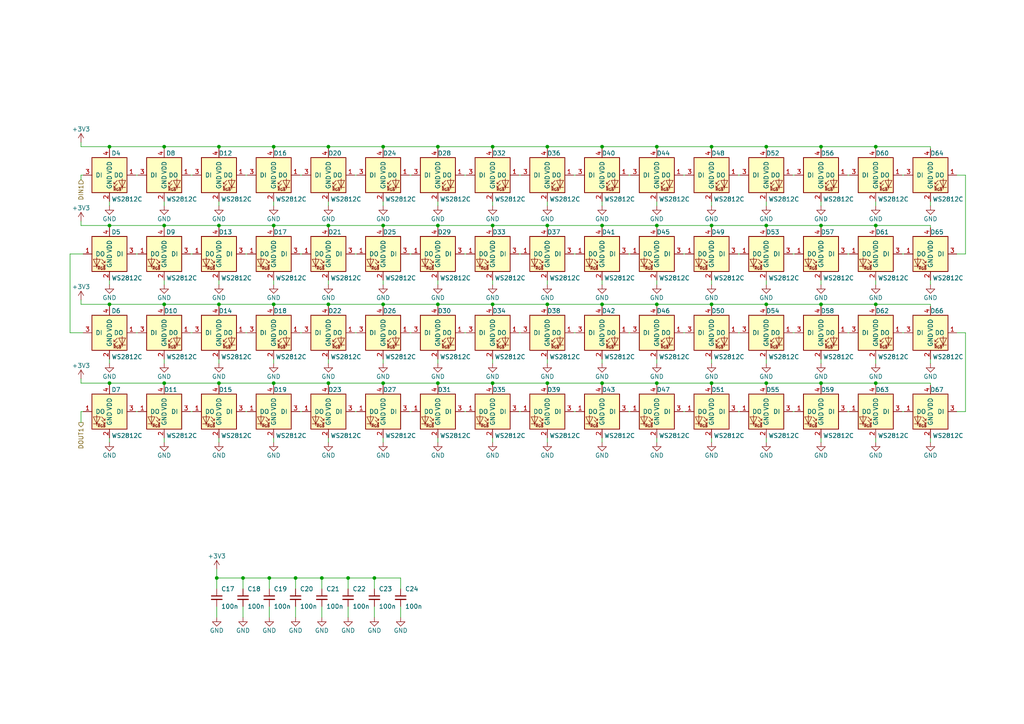
<source format=kicad_sch>
(kicad_sch (version 20211123) (generator eeschema)
  (paper "A4")
  (title_block (title "ESP8266 Tetris") (date "2022-09-15") (rev "1.0") (company "IB"))
  (lib_symbols
    (symbol "Device:C_Small" (pin_numbers hide) (pin_names (offset 0.254) hide)
      (property "Reference" "C" (at 0.254 1.778 0))
      (property "Value" "C_Small" (at 0.254 -2.032 0))
      (symbol "C_Small_1_1"
        (pin passive line (at 0 2.54 270) (length 2.032) (name "~") (number "1"))
        (pin passive line (at 0 -2.54 90) (length 2.032) (name "~") (number "2"))
      )
    )
    (symbol "KiCadCustom:WS2812C" (pin_names (offset 1.016))
      (property "Reference" "D" (at 1.27 6.35 0))
      (property "Value" "WS2812C" (at 5.08 -6.35 0))
      (symbol "WS2812C_1_1"
        (text "RGB" (at 2.286 -4.191 0) (effects (font (size 0.762 0.762))))
        (pin output line (at 7.62 0 180) (length 2.54) (name "DO") (number "1"))
        (pin power_in line (at 0 -7.62 90) (length 2.54) (name "GND") (number "2"))
        (pin input line (at -7.62 0 0) (length 2.54) (name "DI") (number "3"))
        (pin power_in line (at 0 7.62 270) (length 2.54) (name "VDD") (number "4"))
      )
    )
    (symbol "power:+3V3" (power) (pin_names (offset 0))
      (property "Value" "+3V3" (at 0 3.556 0))
      (symbol "+3V3_1_1"
        (pin power_in line (at 0 0 90) (length 0) hide (name "+3V3") (number "1"))
      )
    )
    (symbol "power:GND" (power) (pin_names (offset 0))
      (property "Value" "GND" (at 0 -3.81 0))
      (symbol "GND_1_1"
        (pin power_in line (at 0 0 270) (length 0) hide (name "GND") (number "1"))
      )
    )
  )
  (junction (at 206.375 88.265))
  (junction (at 111.125 42.545))
  (junction (at 222.25 111.125))
  (junction (at 158.75 65.405))
  (junction (at 93.345 167.64))
  (junction (at 127 88.265))
  (junction (at 158.75 111.125))
  (junction (at 79.375 88.265))
  (junction (at 63.5 65.405))
  (junction (at 206.375 65.405))
  (junction (at 47.625 111.125))
  (junction (at 95.25 42.545))
  (junction (at 79.375 111.125))
  (junction (at 95.25 111.125))
  (junction (at 174.625 42.545))
  (junction (at 238.125 111.125))
  (junction (at 190.5 111.125))
  (junction (at 158.75 42.545))
  (junction (at 238.125 42.545))
  (junction (at 222.25 42.545))
  (junction (at 127 65.405))
  (junction (at 238.125 88.265))
  (junction (at 31.75 65.405))
  (junction (at 142.875 111.125))
  (junction (at 62.865 167.64))
  (junction (at 47.625 42.545))
  (junction (at 79.375 65.405))
  (junction (at 174.625 88.265))
  (junction (at 222.25 88.265))
  (junction (at 190.5 88.265))
  (junction (at 127 42.545))
  (junction (at 100.965 167.64))
  (junction (at 70.485 167.64))
  (junction (at 127 111.125))
  (junction (at 206.375 42.545))
  (junction (at 111.125 88.265))
  (junction (at 108.585 167.64))
  (junction (at 111.125 65.405))
  (junction (at 206.375 111.125))
  (junction (at 254 65.405))
  (junction (at 63.5 111.125))
  (junction (at 222.25 65.405))
  (junction (at 142.875 42.545))
  (junction (at 79.375 42.545))
  (junction (at 142.875 65.405))
  (junction (at 47.625 65.405))
  (junction (at 31.75 88.265))
  (junction (at 85.725 167.64))
  (junction (at 254 88.265))
  (junction (at 95.25 88.265))
  (junction (at 31.75 42.545))
  (junction (at 254 111.125))
  (junction (at 47.625 88.265))
  (junction (at 174.625 111.125))
  (junction (at 63.5 88.265))
  (junction (at 254 42.545))
  (junction (at 190.5 42.545))
  (junction (at 142.875 88.265))
  (junction (at 31.75 111.125))
  (junction (at 111.125 111.125))
  (junction (at 63.5 42.545))
  (junction (at 78.105 167.64))
  (junction (at 238.125 65.405))
  (junction (at 190.5 65.405))
  (junction (at 95.25 65.405))
  (junction (at 158.75 88.265))
  (junction (at 174.625 65.405))
  (wire (pts (xy 23.495 119.38) (xy 24.13 119.38)))
  (wire (pts (xy 31.75 88.9) (xy 31.75 88.265)))
  (wire (pts (xy 63.5 66.04) (xy 63.5 65.405)))
  (wire (pts (xy 78.105 167.64) (xy 70.485 167.64)))
  (wire (pts (xy 142.875 111.125) (xy 142.875 111.76)))
  (wire (pts (xy 39.37 96.52) (xy 40.005 96.52)))
  (wire (pts (xy 254 111.125) (xy 254 111.76)))
  (wire (pts (xy 254 81.28) (xy 254 82.55)))
  (wire (pts (xy 47.625 104.14) (xy 47.625 105.41)))
  (wire (pts (xy 31.75 66.04) (xy 31.75 65.405)))
  (wire (pts (xy 174.625 42.545) (xy 174.625 43.18)))
  (wire (pts (xy 142.875 127) (xy 142.875 128.27)))
  (wire (pts (xy 174.625 58.42) (xy 174.625 59.69)))
  (wire (pts (xy 238.125 65.405) (xy 222.25 65.405)))
  (wire (pts (xy 158.75 127) (xy 158.75 128.27)))
  (wire (pts (xy 31.75 111.125) (xy 47.625 111.125)))
  (wire (pts (xy 39.37 119.38) (xy 40.005 119.38)))
  (wire (pts (xy 23.495 119.38) (xy 23.495 122.555)))
  (wire (pts (xy 206.375 42.545) (xy 190.5 42.545)))
  (wire (pts (xy 79.375 111.76) (xy 79.375 111.125)))
  (wire (pts (xy 111.125 111.125) (xy 111.125 111.76)))
  (wire (pts (xy 31.75 43.18) (xy 31.75 42.545)))
  (wire (pts (xy 198.12 50.8) (xy 198.755 50.8)))
  (wire (pts (xy 78.105 167.64) (xy 78.105 170.815)))
  (wire (pts (xy 166.37 50.8) (xy 167.005 50.8)))
  (wire (pts (xy 102.87 73.66) (xy 103.505 73.66)))
  (wire (pts (xy 95.25 58.42) (xy 95.25 59.69)))
  (wire (pts (xy 111.125 81.28) (xy 111.125 82.55)))
  (wire (pts (xy 222.25 42.545) (xy 222.25 43.18)))
  (wire (pts (xy 142.875 81.28) (xy 142.875 82.55)))
  (wire (pts (xy 127 127) (xy 127 128.27)))
  (wire (pts (xy 158.75 111.125) (xy 142.875 111.125)))
  (wire (pts (xy 261.62 119.38) (xy 262.255 119.38)))
  (wire (pts (xy 62.865 175.895) (xy 62.865 179.07)))
  (wire (pts (xy 39.37 73.66) (xy 40.005 73.66)))
  (wire (pts (xy 86.995 50.8) (xy 87.63 50.8)))
  (wire (pts (xy 127 58.42) (xy 127 59.69)))
  (wire (pts (xy 206.375 65.405) (xy 206.375 66.04)))
  (wire (pts (xy 79.375 66.04) (xy 79.375 65.405)))
  (wire (pts (xy 134.62 50.8) (xy 135.255 50.8)))
  (wire (pts (xy 174.625 88.265) (xy 158.75 88.265)))
  (wire (pts (xy 127 65.405) (xy 127 66.04)))
  (wire (pts (xy 31.75 42.545) (xy 47.625 42.545)))
  (wire (pts (xy 95.25 65.405) (xy 95.25 66.04)))
  (wire (pts (xy 23.495 64.135) (xy 23.495 65.405)))
  (wire (pts (xy 254 127) (xy 254 128.27)))
  (wire (pts (xy 245.745 73.66) (xy 246.38 73.66)))
  (wire (pts (xy 86.995 119.38) (xy 87.63 119.38)))
  (wire (pts (xy 222.25 88.265) (xy 222.25 88.9)))
  (wire (pts (xy 222.25 65.405) (xy 206.375 65.405)))
  (wire (pts (xy 31.75 127) (xy 31.75 128.27)))
  (wire (pts (xy 79.375 81.28) (xy 79.375 82.55)))
  (wire (pts (xy 127 42.545) (xy 111.125 42.545)))
  (wire (pts (xy 150.495 119.38) (xy 151.13 119.38)))
  (wire (pts (xy 269.875 58.42) (xy 269.875 59.69)))
  (wire (pts (xy 280.035 119.38) (xy 277.495 119.38)))
  (wire (pts (xy 261.62 73.66) (xy 262.255 73.66)))
  (wire (pts (xy 269.875 88.9) (xy 269.875 88.265)))
  (wire (pts (xy 261.62 50.8) (xy 262.255 50.8)))
  (wire (pts (xy 142.875 42.545) (xy 142.875 43.18)))
  (wire (pts (xy 245.745 119.38) (xy 246.38 119.38)))
  (wire (pts (xy 198.12 119.38) (xy 198.755 119.38)))
  (wire (pts (xy 229.87 50.8) (xy 230.505 50.8)))
  (wire (pts (xy 23.495 41.275) (xy 23.495 42.545)))
  (wire (pts (xy 71.12 96.52) (xy 71.755 96.52)))
  (wire (pts (xy 142.875 88.265) (xy 127 88.265)))
  (wire (pts (xy 23.495 109.855) (xy 23.495 111.125)))
  (wire (pts (xy 93.345 167.64) (xy 85.725 167.64)))
  (wire (pts (xy 158.75 88.265) (xy 142.875 88.265)))
  (wire (pts (xy 213.995 73.66) (xy 214.63 73.66)))
  (wire (pts (xy 31.75 65.405) (xy 47.625 65.405)))
  (wire (pts (xy 229.87 96.52) (xy 230.505 96.52)))
  (wire (pts (xy 280.035 50.8) (xy 280.035 73.66)))
  (wire (pts (xy 280.035 73.66) (xy 277.495 73.66)))
  (wire (pts (xy 254 42.545) (xy 254 43.18)))
  (wire (pts (xy 150.495 73.66) (xy 151.13 73.66)))
  (wire (pts (xy 127 111.125) (xy 127 111.76)))
  (wire (pts (xy 206.375 111.125) (xy 206.375 111.76)))
  (wire (pts (xy 238.125 127) (xy 238.125 128.27)))
  (wire (pts (xy 280.035 96.52) (xy 280.035 119.38)))
  (wire (pts (xy 269.875 104.14) (xy 269.875 105.41)))
  (wire (pts (xy 142.875 88.265) (xy 142.875 88.9)))
  (wire (pts (xy 166.37 96.52) (xy 167.005 96.52)))
  (wire (pts (xy 206.375 58.42) (xy 206.375 59.69)))
  (wire (pts (xy 174.625 65.405) (xy 158.75 65.405)))
  (wire (pts (xy 142.875 104.14) (xy 142.875 105.41)))
  (wire (pts (xy 229.87 119.38) (xy 230.505 119.38)))
  (wire (pts (xy 127 104.14) (xy 127 105.41)))
  (wire (pts (xy 190.5 88.265) (xy 190.5 88.9)))
  (wire (pts (xy 63.5 127) (xy 63.5 128.27)))
  (wire (pts (xy 95.25 127) (xy 95.25 128.27)))
  (wire (pts (xy 24.13 73.66) (xy 20.32 73.66)))
  (wire (pts (xy 47.625 65.405) (xy 47.625 66.04)))
  (wire (pts (xy 95.25 111.125) (xy 95.25 111.76)))
  (wire (pts (xy 245.745 96.52) (xy 246.38 96.52)))
  (wire (pts (xy 245.745 50.8) (xy 246.38 50.8)))
  (wire (pts (xy 63.5 111.76) (xy 63.5 111.125)))
  (wire (pts (xy 206.375 88.265) (xy 206.375 88.9)))
  (wire (pts (xy 222.25 42.545) (xy 206.375 42.545)))
  (wire (pts (xy 150.495 50.8) (xy 151.13 50.8)))
  (wire (pts (xy 31.75 81.28) (xy 31.75 82.55)))
  (wire (pts (xy 142.875 111.125) (xy 127 111.125)))
  (wire (pts (xy 142.875 42.545) (xy 127 42.545)))
  (wire (pts (xy 190.5 42.545) (xy 174.625 42.545)))
  (wire (pts (xy 254 88.265) (xy 238.125 88.265)))
  (wire (pts (xy 95.25 42.545) (xy 95.25 43.18)))
  (wire (pts (xy 174.625 111.125) (xy 174.625 111.76)))
  (wire (pts (xy 254 65.405) (xy 238.125 65.405)))
  (wire (pts (xy 31.75 88.265) (xy 47.625 88.265)))
  (wire (pts (xy 55.245 96.52) (xy 55.88 96.52)))
  (wire (pts (xy 269.875 111.76) (xy 269.875 111.125)))
  (wire (pts (xy 269.875 81.28) (xy 269.875 82.55)))
  (wire (pts (xy 20.32 96.52) (xy 24.13 96.52)))
  (wire (pts (xy 85.725 167.64) (xy 85.725 170.815)))
  (wire (pts (xy 254 42.545) (xy 238.125 42.545)))
  (wire (pts (xy 158.75 88.265) (xy 158.75 88.9)))
  (wire (pts (xy 111.125 42.545) (xy 95.25 42.545)))
  (wire (pts (xy 79.375 104.14) (xy 79.375 105.41)))
  (wire (pts (xy 71.12 119.38) (xy 71.755 119.38)))
  (wire (pts (xy 134.62 73.66) (xy 135.255 73.66)))
  (wire (pts (xy 238.125 104.14) (xy 238.125 105.41)))
  (wire (pts (xy 206.375 127) (xy 206.375 128.27)))
  (wire (pts (xy 111.125 111.125) (xy 95.25 111.125)))
  (wire (pts (xy 127 88.265) (xy 111.125 88.265)))
  (wire (pts (xy 95.25 42.545) (xy 79.375 42.545)))
  (wire (pts (xy 79.375 88.9) (xy 79.375 88.265)))
  (wire (pts (xy 79.375 43.18) (xy 79.375 42.545)))
  (wire (pts (xy 158.75 65.405) (xy 158.75 66.04)))
  (wire (pts (xy 63.5 88.9) (xy 63.5 88.265)))
  (wire (pts (xy 86.995 96.52) (xy 87.63 96.52)))
  (wire (pts (xy 23.495 88.265) (xy 31.75 88.265)))
  (wire (pts (xy 55.245 119.38) (xy 55.88 119.38)))
  (wire (pts (xy 238.125 88.265) (xy 238.125 88.9)))
  (wire (pts (xy 269.875 42.545) (xy 254 42.545)))
  (wire (pts (xy 222.25 104.14) (xy 222.25 105.41)))
  (wire (pts (xy 31.75 111.76) (xy 31.75 111.125)))
  (wire (pts (xy 222.25 111.125) (xy 206.375 111.125)))
  (wire (pts (xy 111.125 58.42) (xy 111.125 59.69)))
  (wire (pts (xy 166.37 119.38) (xy 167.005 119.38)))
  (wire (pts (xy 142.875 58.42) (xy 142.875 59.69)))
  (wire (pts (xy 238.125 88.265) (xy 222.25 88.265)))
  (wire (pts (xy 63.5 42.545) (xy 47.625 42.545)))
  (wire (pts (xy 254 65.405) (xy 254 66.04)))
  (wire (pts (xy 111.125 42.545) (xy 111.125 43.18)))
  (wire (pts (xy 182.245 50.8) (xy 182.88 50.8)))
  (wire (pts (xy 127 111.125) (xy 111.125 111.125)))
  (wire (pts (xy 206.375 111.125) (xy 190.5 111.125)))
  (wire (pts (xy 158.75 104.14) (xy 158.75 105.41)))
  (wire (pts (xy 102.87 50.8) (xy 103.505 50.8)))
  (wire (pts (xy 238.125 81.28) (xy 238.125 82.55)))
  (wire (pts (xy 206.375 42.545) (xy 206.375 43.18)))
  (wire (pts (xy 95.25 88.265) (xy 79.375 88.265)))
  (wire (pts (xy 222.25 127) (xy 222.25 128.27)))
  (wire (pts (xy 206.375 81.28) (xy 206.375 82.55)))
  (wire (pts (xy 182.245 96.52) (xy 182.88 96.52)))
  (wire (pts (xy 63.5 81.28) (xy 63.5 82.55)))
  (wire (pts (xy 63.5 65.405) (xy 47.625 65.405)))
  (wire (pts (xy 79.375 42.545) (xy 63.5 42.545)))
  (wire (pts (xy 269.875 111.125) (xy 254 111.125)))
  (wire (pts (xy 93.345 167.64) (xy 93.345 170.815)))
  (wire (pts (xy 95.25 88.265) (xy 95.25 88.9)))
  (wire (pts (xy 62.865 167.64) (xy 70.485 167.64)))
  (wire (pts (xy 79.375 127) (xy 79.375 128.27)))
  (wire (pts (xy 62.865 165.1) (xy 62.865 167.64)))
  (wire (pts (xy 23.495 50.8) (xy 23.495 52.07)))
  (wire (pts (xy 47.625 58.42) (xy 47.625 59.69)))
  (wire (pts (xy 206.375 88.265) (xy 190.5 88.265)))
  (wire (pts (xy 108.585 167.64) (xy 100.965 167.64)))
  (wire (pts (xy 111.125 65.405) (xy 95.25 65.405)))
  (wire (pts (xy 79.375 65.405) (xy 63.5 65.405)))
  (wire (pts (xy 182.245 119.38) (xy 182.88 119.38)))
  (wire (pts (xy 95.25 65.405) (xy 79.375 65.405)))
  (wire (pts (xy 23.495 65.405) (xy 31.75 65.405)))
  (wire (pts (xy 70.485 175.895) (xy 70.485 179.07)))
  (wire (pts (xy 23.495 86.995) (xy 23.495 88.265)))
  (wire (pts (xy 102.87 119.38) (xy 103.505 119.38)))
  (wire (pts (xy 174.625 81.28) (xy 174.625 82.55)))
  (wire (pts (xy 71.12 73.66) (xy 71.755 73.66)))
  (wire (pts (xy 102.87 96.52) (xy 103.505 96.52)))
  (wire (pts (xy 174.625 65.405) (xy 174.625 66.04)))
  (wire (pts (xy 85.725 175.895) (xy 85.725 179.07)))
  (wire (pts (xy 190.5 58.42) (xy 190.5 59.69)))
  (wire (pts (xy 190.5 65.405) (xy 190.5 66.04)))
  (wire (pts (xy 116.205 167.64) (xy 108.585 167.64)))
  (wire (pts (xy 31.75 58.42) (xy 31.75 59.69)))
  (wire (pts (xy 190.5 127) (xy 190.5 128.27)))
  (wire (pts (xy 238.125 65.405) (xy 238.125 66.04)))
  (wire (pts (xy 277.495 96.52) (xy 280.035 96.52)))
  (wire (pts (xy 63.5 58.42) (xy 63.5 59.69)))
  (wire (pts (xy 116.205 170.815) (xy 116.205 167.64)))
  (wire (pts (xy 55.245 73.66) (xy 55.88 73.66)))
  (wire (pts (xy 238.125 111.125) (xy 222.25 111.125)))
  (wire (pts (xy 158.75 81.28) (xy 158.75 82.55)))
  (wire (pts (xy 100.965 167.64) (xy 100.965 170.815)))
  (wire (pts (xy 174.625 42.545) (xy 158.75 42.545)))
  (wire (pts (xy 111.125 104.14) (xy 111.125 105.41)))
  (wire (pts (xy 85.725 167.64) (xy 78.105 167.64)))
  (wire (pts (xy 63.5 104.14) (xy 63.5 105.41)))
  (wire (pts (xy 108.585 167.64) (xy 108.585 170.815)))
  (wire (pts (xy 142.875 65.405) (xy 127 65.405)))
  (wire (pts (xy 190.5 81.28) (xy 190.5 82.55)))
  (wire (pts (xy 198.12 73.66) (xy 198.755 73.66)))
  (wire (pts (xy 116.205 175.895) (xy 116.205 179.07)))
  (wire (pts (xy 23.495 42.545) (xy 31.75 42.545)))
  (wire (pts (xy 111.125 88.265) (xy 95.25 88.265)))
  (wire (pts (xy 93.345 175.895) (xy 93.345 179.07)))
  (wire (pts (xy 95.25 81.28) (xy 95.25 82.55)))
  (wire (pts (xy 182.245 73.66) (xy 182.88 73.66)))
  (wire (pts (xy 71.12 50.8) (xy 71.755 50.8)))
  (wire (pts (xy 190.5 111.125) (xy 190.5 111.76)))
  (wire (pts (xy 62.865 167.64) (xy 62.865 170.815)))
  (wire (pts (xy 127 42.545) (xy 127 43.18)))
  (wire (pts (xy 100.965 167.64) (xy 93.345 167.64)))
  (wire (pts (xy 213.995 50.8) (xy 214.63 50.8)))
  (wire (pts (xy 63.5 88.265) (xy 47.625 88.265)))
  (wire (pts (xy 222.25 88.265) (xy 206.375 88.265)))
  (wire (pts (xy 190.5 42.545) (xy 190.5 43.18)))
  (wire (pts (xy 47.625 88.265) (xy 47.625 88.9)))
  (wire (pts (xy 174.625 88.265) (xy 174.625 88.9)))
  (wire (pts (xy 269.875 88.265) (xy 254 88.265)))
  (wire (pts (xy 158.75 42.545) (xy 158.75 43.18)))
  (wire (pts (xy 100.965 175.895) (xy 100.965 179.07)))
  (wire (pts (xy 47.625 127) (xy 47.625 128.27)))
  (wire (pts (xy 108.585 175.895) (xy 108.585 179.07)))
  (wire (pts (xy 118.745 50.8) (xy 119.38 50.8)))
  (wire (pts (xy 78.105 175.895) (xy 78.105 179.07)))
  (wire (pts (xy 238.125 58.42) (xy 238.125 59.69)))
  (wire (pts (xy 190.5 111.125) (xy 174.625 111.125)))
  (wire (pts (xy 95.25 104.14) (xy 95.25 105.41)))
  (wire (pts (xy 254 58.42) (xy 254 59.69)))
  (wire (pts (xy 261.62 96.52) (xy 262.255 96.52)))
  (wire (pts (xy 254 111.125) (xy 238.125 111.125)))
  (wire (pts (xy 111.125 127) (xy 111.125 128.27)))
  (wire (pts (xy 222.25 111.125) (xy 222.25 111.76)))
  (wire (pts (xy 23.495 50.8) (xy 24.13 50.8)))
  (wire (pts (xy 190.5 104.14) (xy 190.5 105.41)))
  (wire (pts (xy 63.5 43.18) (xy 63.5 42.545)))
  (wire (pts (xy 222.25 81.28) (xy 222.25 82.55)))
  (wire (pts (xy 206.375 65.405) (xy 190.5 65.405)))
  (wire (pts (xy 269.875 43.18) (xy 269.875 42.545)))
  (wire (pts (xy 79.375 88.265) (xy 63.5 88.265)))
  (wire (pts (xy 86.995 73.66) (xy 87.63 73.66)))
  (wire (pts (xy 174.625 104.14) (xy 174.625 105.41)))
  (wire (pts (xy 238.125 111.125) (xy 238.125 111.76)))
  (wire (pts (xy 166.37 73.66) (xy 167.005 73.66)))
  (wire (pts (xy 213.995 96.52) (xy 214.63 96.52)))
  (wire (pts (xy 190.5 88.265) (xy 174.625 88.265)))
  (wire (pts (xy 95.25 111.125) (xy 79.375 111.125)))
  (wire (pts (xy 222.25 58.42) (xy 222.25 59.69)))
  (wire (pts (xy 213.995 119.38) (xy 214.63 119.38)))
  (wire (pts (xy 111.125 88.265) (xy 111.125 88.9)))
  (wire (pts (xy 47.625 42.545) (xy 47.625 43.18)))
  (wire (pts (xy 55.245 50.8) (xy 55.88 50.8)))
  (wire (pts (xy 47.625 81.28) (xy 47.625 82.55)))
  (wire (pts (xy 127 88.265) (xy 127 88.9)))
  (wire (pts (xy 158.75 65.405) (xy 142.875 65.405)))
  (wire (pts (xy 158.75 58.42) (xy 158.75 59.69)))
  (wire (pts (xy 142.875 65.405) (xy 142.875 66.04)))
  (wire (pts (xy 79.375 111.125) (xy 63.5 111.125)))
  (wire (pts (xy 118.745 96.52) (xy 119.38 96.52)))
  (wire (pts (xy 79.375 58.42) (xy 79.375 59.69)))
  (wire (pts (xy 206.375 104.14) (xy 206.375 105.41)))
  (wire (pts (xy 174.625 127) (xy 174.625 128.27)))
  (wire (pts (xy 254 104.14) (xy 254 105.41)))
  (wire (pts (xy 238.125 42.545) (xy 222.25 42.545)))
  (wire (pts (xy 174.625 111.125) (xy 158.75 111.125)))
  (wire (pts (xy 111.125 65.405) (xy 111.125 66.04)))
  (wire (pts (xy 150.495 96.52) (xy 151.13 96.52)))
  (wire (pts (xy 134.62 96.52) (xy 135.255 96.52)))
  (wire (pts (xy 238.125 42.545) (xy 238.125 43.18)))
  (wire (pts (xy 158.75 111.125) (xy 158.75 111.76)))
  (wire (pts (xy 70.485 170.815) (xy 70.485 167.64)))
  (wire (pts (xy 229.87 73.66) (xy 230.505 73.66)))
  (wire (pts (xy 269.875 65.405) (xy 254 65.405)))
  (wire (pts (xy 127 65.405) (xy 111.125 65.405)))
  (wire (pts (xy 39.37 50.8) (xy 40.005 50.8)))
  (wire (pts (xy 20.32 73.66) (xy 20.32 96.52)))
  (wire (pts (xy 198.12 96.52) (xy 198.755 96.52)))
  (wire (pts (xy 190.5 65.405) (xy 174.625 65.405)))
  (wire (pts (xy 47.625 111.125) (xy 47.625 111.76)))
  (wire (pts (xy 23.495 111.125) (xy 31.75 111.125)))
  (wire (pts (xy 254 88.265) (xy 254 88.9)))
  (wire (pts (xy 118.745 119.38) (xy 119.38 119.38)))
  (wire (pts (xy 222.25 65.405) (xy 222.25 66.04)))
  (wire (pts (xy 269.875 127) (xy 269.875 128.27)))
  (wire (pts (xy 134.62 119.38) (xy 135.255 119.38)))
  (wire (pts (xy 31.75 104.14) (xy 31.75 105.41)))
  (wire (pts (xy 269.875 66.04) (xy 269.875 65.405)))
  (wire (pts (xy 63.5 111.125) (xy 47.625 111.125)))
  (wire (pts (xy 127 81.28) (xy 127 82.55)))
  (wire (pts (xy 277.495 50.8) (xy 280.035 50.8)))
  (wire (pts (xy 158.75 42.545) (xy 142.875 42.545)))
  (wire (pts (xy 118.745 73.66) (xy 119.38 73.66)))
  (hierarchical_label "DIN1" (shape input) (at 23.495 52.07 270))
  (hierarchical_label "DOUT1" (shape output) (at 23.495 122.555 270))
  (symbol (lib_id "power:GND") (at 206.375 105.41 0) (unit 1)
    (property "Reference" "#PWR094" (effects hide))
    (property "Value" "GND" (at 206.375 109.22 0))
  )
  (symbol (lib_id "KiCadCustom:WS2812C") (at 174.625 50.8 0) (unit 1)
    (property "Reference" "D40" (at 176.53 44.45 0))
    (property "Value" "WS2812C" (at 179.705 57.785 0))
    (property "Footprint" "KiCadCustom:WS2812-2020" (effects hide))
    (property "Datasheet" "https://cdn-shop.adafruit.com/datasheets/WS2812B.pdf" (effects hide))
  )
  (symbol (lib_id "KiCadCustom:WS2812C") (at 206.375 119.38 0) (mirror y) (unit 1)
    (property "Reference" "D51" (at 208.28 113.03 0))
    (property "Value" "WS2812C" (at 211.455 126.365 0))
    (property "Footprint" "KiCadCustom:WS2812-2020" (effects hide))
    (property "Datasheet" "https://cdn-shop.adafruit.com/datasheets/WS2812B.pdf" (effects hide))
  )
  (symbol (lib_id "power:GND") (at 254 82.55 0) (unit 1)
    (property "Reference" "#PWR0105" (effects hide))
    (property "Value" "GND" (at 254 86.36 0))
  )
  (symbol (lib_id "KiCadCustom:WS2812C") (at 127 119.38 0) (mirror y) (unit 1)
    (property "Reference" "D31" (at 128.905 113.03 0))
    (property "Value" "WS2812C" (at 132.08 126.365 0))
    (property "Footprint" "KiCadCustom:WS2812-2020" (effects hide))
    (property "Datasheet" "https://cdn-shop.adafruit.com/datasheets/WS2812B.pdf" (effects hide))
  )
  (symbol (lib_id "power:GND") (at 158.75 128.27 0) (unit 1)
    (property "Reference" "#PWR083" (effects hide))
    (property "Value" "GND" (at 158.75 132.08 0))
  )
  (symbol (lib_id "power:GND") (at 79.375 82.55 0) (unit 1)
    (property "Reference" "#PWR061" (effects hide))
    (property "Value" "GND" (at 79.375 86.36 0))
  )
  (symbol (lib_id "power:GND") (at 222.25 82.55 0) (unit 1)
    (property "Reference" "#PWR097" (effects hide))
    (property "Value" "GND" (at 222.25 86.36 0))
  )
  (symbol (lib_id "KiCadCustom:WS2812C") (at 111.125 119.38 0) (mirror y) (unit 1)
    (property "Reference" "D27" (at 113.03 113.03 0))
    (property "Value" "WS2812C" (at 116.205 126.365 0))
    (property "Footprint" "KiCadCustom:WS2812-2020" (effects hide))
    (property "Datasheet" "https://cdn-shop.adafruit.com/datasheets/WS2812B.pdf" (effects hide))
  )
  (symbol (lib_id "power:GND") (at 93.345 179.07 0) (unit 1)
    (property "Reference" "#PWR0184" (effects hide))
    (property "Value" "GND" (at 93.345 182.88 0))
  )
  (symbol (lib_id "power:GND") (at 85.725 179.07 0) (unit 1)
    (property "Reference" "#PWR0183" (effects hide))
    (property "Value" "GND" (at 85.725 182.88 0))
  )
  (symbol (lib_id "power:GND") (at 158.75 59.69 0) (unit 1)
    (property "Reference" "#PWR080" (effects hide))
    (property "Value" "GND" (at 158.75 63.5 0))
  )
  (symbol (lib_id "power:GND") (at 190.5 128.27 0) (unit 1)
    (property "Reference" "#PWR091" (effects hide))
    (property "Value" "GND" (at 190.5 132.08 0))
  )
  (symbol (lib_id "power:GND") (at 63.5 82.55 0) (unit 1)
    (property "Reference" "#PWR057" (effects hide))
    (property "Value" "GND" (at 63.5 86.36 0))
  )
  (symbol (lib_id "KiCadCustom:WS2812C") (at 190.5 96.52 0) (unit 1)
    (property "Reference" "D46" (at 192.405 90.17 0))
    (property "Value" "WS2812C" (at 195.58 103.505 0))
    (property "Footprint" "KiCadCustom:WS2812-2020" (effects hide))
    (property "Datasheet" "https://cdn-shop.adafruit.com/datasheets/WS2812B.pdf" (effects hide))
  )
  (symbol (lib_id "Device:C_Small") (at 100.965 173.355 0) (unit 1)
    (property "Reference" "C22" (at 102.235 170.815 0) (effects (justify left)))
    (property "Value" "100n" (at 102.235 175.895 0) (effects (justify left)))
    (property "Footprint" "Capacitor_SMD:C_0603_1608Metric_Pad1.08x0.95mm_HandSolder" (effects hide))
  )
  (symbol (lib_id "KiCadCustom:WS2812C") (at 206.375 96.52 0) (unit 1)
    (property "Reference" "D50" (at 208.28 90.17 0))
    (property "Value" "WS2812C" (at 211.455 103.505 0))
    (property "Footprint" "KiCadCustom:WS2812-2020" (effects hide))
    (property "Datasheet" "https://cdn-shop.adafruit.com/datasheets/WS2812B.pdf" (effects hide))
  )
  (symbol (lib_id "Device:C_Small") (at 116.205 173.355 0) (unit 1)
    (property "Reference" "C24" (at 117.475 170.815 0) (effects (justify left)))
    (property "Value" "100n" (at 117.475 175.895 0) (effects (justify left)))
    (property "Footprint" "Capacitor_SMD:C_0603_1608Metric_Pad1.08x0.95mm_HandSolder" (effects hide))
  )
  (symbol (lib_id "Device:C_Small") (at 70.485 173.355 0) (unit 1)
    (property "Reference" "C18" (at 71.755 170.815 0) (effects (justify left)))
    (property "Value" "100n" (at 71.755 175.895 0) (effects (justify left)))
    (property "Footprint" "Capacitor_SMD:C_0603_1608Metric_Pad1.08x0.95mm_HandSolder" (effects hide))
  )
  (symbol (lib_id "power:GND") (at 31.75 82.55 0) (unit 1)
    (property "Reference" "#PWR049" (effects hide))
    (property "Value" "GND" (at 31.75 86.36 0))
  )
  (symbol (lib_id "KiCadCustom:WS2812C") (at 222.25 73.66 0) (mirror y) (unit 1)
    (property "Reference" "D53" (at 224.155 67.31 0))
    (property "Value" "WS2812C" (at 227.33 80.645 0))
    (property "Footprint" "KiCadCustom:WS2812-2020" (effects hide))
    (property "Datasheet" "https://cdn-shop.adafruit.com/datasheets/WS2812B.pdf" (effects hide))
  )
  (symbol (lib_id "KiCadCustom:WS2812C") (at 127 73.66 0) (mirror y) (unit 1)
    (property "Reference" "D29" (at 128.905 67.31 0))
    (property "Value" "WS2812C" (at 132.08 80.645 0))
    (property "Footprint" "KiCadCustom:WS2812-2020" (effects hide))
    (property "Datasheet" "https://cdn-shop.adafruit.com/datasheets/WS2812B.pdf" (effects hide))
  )
  (symbol (lib_id "KiCadCustom:WS2812C") (at 254 73.66 0) (mirror y) (unit 1)
    (property "Reference" "D61" (at 255.905 67.31 0))
    (property "Value" "WS2812C" (at 259.08 80.645 0))
    (property "Footprint" "KiCadCustom:WS2812-2020" (effects hide))
    (property "Datasheet" "https://cdn-shop.adafruit.com/datasheets/WS2812B.pdf" (effects hide))
  )
  (symbol (lib_id "KiCadCustom:WS2812C") (at 31.75 96.52 0) (unit 1)
    (property "Reference" "D6" (at 33.655 90.17 0))
    (property "Value" "WS2812C" (at 36.83 103.505 0))
    (property "Footprint" "KiCadCustom:WS2812-2020" (effects hide))
    (property "Datasheet" "https://cdn-shop.adafruit.com/datasheets/WS2812B.pdf" (effects hide))
  )
  (symbol (lib_id "power:GND") (at 269.875 82.55 0) (unit 1)
    (property "Reference" "#PWR0109" (effects hide))
    (property "Value" "GND" (at 269.875 86.36 0))
  )
  (symbol (lib_id "power:GND") (at 79.375 128.27 0) (unit 1)
    (property "Reference" "#PWR063" (effects hide))
    (property "Value" "GND" (at 79.375 132.08 0))
  )
  (symbol (lib_id "KiCadCustom:WS2812C") (at 174.625 73.66 0) (mirror y) (unit 1)
    (property "Reference" "D41" (at 176.53 67.31 0))
    (property "Value" "WS2812C" (at 179.705 80.645 0))
    (property "Footprint" "KiCadCustom:WS2812-2020" (effects hide))
    (property "Datasheet" "https://cdn-shop.adafruit.com/datasheets/WS2812B.pdf" (effects hide))
  )
  (symbol (lib_id "power:GND") (at 116.205 179.07 0) (unit 1)
    (property "Reference" "#PWR0187" (effects hide))
    (property "Value" "GND" (at 116.205 182.88 0))
  )
  (symbol (lib_id "KiCadCustom:WS2812C") (at 190.5 50.8 0) (unit 1)
    (property "Reference" "D44" (at 192.405 44.45 0))
    (property "Value" "WS2812C" (at 195.58 57.785 0))
    (property "Footprint" "KiCadCustom:WS2812-2020" (effects hide))
    (property "Datasheet" "https://cdn-shop.adafruit.com/datasheets/WS2812B.pdf" (effects hide))
  )
  (symbol (lib_id "KiCadCustom:WS2812C") (at 63.5 96.52 0) (unit 1)
    (property "Reference" "D14" (at 65.405 90.17 0))
    (property "Value" "WS2812C" (at 68.58 103.505 0))
    (property "Footprint" "KiCadCustom:WS2812-2020" (effects hide))
    (property "Datasheet" "https://cdn-shop.adafruit.com/datasheets/WS2812B.pdf" (effects hide))
  )
  (symbol (lib_id "power:GND") (at 254 59.69 0) (unit 1)
    (property "Reference" "#PWR0104" (effects hide))
    (property "Value" "GND" (at 254 63.5 0))
  )
  (symbol (lib_id "power:GND") (at 222.25 128.27 0) (unit 1)
    (property "Reference" "#PWR099" (effects hide))
    (property "Value" "GND" (at 222.25 132.08 0))
  )
  (symbol (lib_id "KiCadCustom:WS2812C") (at 79.375 73.66 0) (mirror y) (unit 1)
    (property "Reference" "D17" (at 81.28 67.31 0))
    (property "Value" "WS2812C" (at 84.455 80.645 0))
    (property "Footprint" "KiCadCustom:WS2812-2020" (effects hide))
    (property "Datasheet" "https://cdn-shop.adafruit.com/datasheets/WS2812B.pdf" (effects hide))
  )
  (symbol (lib_id "KiCadCustom:WS2812C") (at 47.625 50.8 0) (unit 1)
    (property "Reference" "D8" (at 49.53 44.45 0))
    (property "Value" "WS2812C" (at 52.705 57.785 0))
    (property "Footprint" "KiCadCustom:WS2812-2020" (effects hide))
    (property "Datasheet" "https://cdn-shop.adafruit.com/datasheets/WS2812B.pdf" (effects hide))
  )
  (symbol (lib_id "KiCadCustom:WS2812C") (at 31.75 50.8 0) (unit 1)
    (property "Reference" "D4" (at 33.655 44.45 0))
    (property "Value" "WS2812C" (at 36.83 57.785 0))
    (property "Footprint" "KiCadCustom:WS2812-2020" (effects hide))
    (property "Datasheet" "https://cdn-shop.adafruit.com/datasheets/WS2812B.pdf" (effects hide))
  )
  (symbol (lib_id "KiCadCustom:WS2812C") (at 63.5 50.8 0) (unit 1)
    (property "Reference" "D12" (at 65.405 44.45 0))
    (property "Value" "WS2812C" (at 68.58 57.785 0))
    (property "Footprint" "KiCadCustom:WS2812-2020" (effects hide))
    (property "Datasheet" "https://cdn-shop.adafruit.com/datasheets/WS2812B.pdf" (effects hide))
  )
  (symbol (lib_id "KiCadCustom:WS2812C") (at 269.875 50.8 0) (unit 1)
    (property "Reference" "D64" (at 271.78 44.45 0))
    (property "Value" "WS2812C" (at 274.955 57.785 0))
    (property "Footprint" "KiCadCustom:WS2812-2020" (effects hide))
    (property "Datasheet" "https://cdn-shop.adafruit.com/datasheets/WS2812B.pdf" (effects hide))
  )
  (symbol (lib_id "power:GND") (at 95.25 128.27 0) (unit 1)
    (property "Reference" "#PWR067" (effects hide))
    (property "Value" "GND" (at 95.25 132.08 0))
  )
  (symbol (lib_id "KiCadCustom:WS2812C") (at 127 50.8 0) (unit 1)
    (property "Reference" "D28" (at 128.905 44.45 0))
    (property "Value" "WS2812C" (at 132.08 57.785 0))
    (property "Footprint" "KiCadCustom:WS2812-2020" (effects hide))
    (property "Datasheet" "https://cdn-shop.adafruit.com/datasheets/WS2812B.pdf" (effects hide))
  )
  (symbol (lib_id "KiCadCustom:WS2812C") (at 95.25 96.52 0) (unit 1)
    (property "Reference" "D22" (at 97.155 90.17 0))
    (property "Value" "WS2812C" (at 100.33 103.505 0))
    (property "Footprint" "KiCadCustom:WS2812-2020" (effects hide))
    (property "Datasheet" "https://cdn-shop.adafruit.com/datasheets/WS2812B.pdf" (effects hide))
  )
  (symbol (lib_id "KiCadCustom:WS2812C") (at 206.375 73.66 0) (mirror y) (unit 1)
    (property "Reference" "D49" (at 208.28 67.31 0))
    (property "Value" "WS2812C" (at 211.455 80.645 0))
    (property "Footprint" "KiCadCustom:WS2812-2020" (effects hide))
    (property "Datasheet" "https://cdn-shop.adafruit.com/datasheets/WS2812B.pdf" (effects hide))
  )
  (symbol (lib_id "Device:C_Small") (at 62.865 173.355 0) (unit 1)
    (property "Reference" "C17" (at 64.135 170.815 0) (effects (justify left)))
    (property "Value" "100n" (at 64.135 175.895 0) (effects (justify left)))
    (property "Footprint" "Capacitor_SMD:C_0603_1608Metric_Pad1.08x0.95mm_HandSolder" (effects hide))
  )
  (symbol (lib_id "power:GND") (at 142.875 105.41 0) (unit 1)
    (property "Reference" "#PWR078" (effects hide))
    (property "Value" "GND" (at 142.875 109.22 0))
  )
  (symbol (lib_id "power:GND") (at 47.625 59.69 0) (unit 1)
    (property "Reference" "#PWR052" (effects hide))
    (property "Value" "GND" (at 47.625 63.5 0))
  )
  (symbol (lib_id "KiCadCustom:WS2812C") (at 142.875 96.52 0) (unit 1)
    (property "Reference" "D34" (at 144.78 90.17 0))
    (property "Value" "WS2812C" (at 147.955 103.505 0))
    (property "Footprint" "KiCadCustom:WS2812-2020" (effects hide))
    (property "Datasheet" "https://cdn-shop.adafruit.com/datasheets/WS2812B.pdf" (effects hide))
  )
  (symbol (lib_id "KiCadCustom:WS2812C") (at 222.25 96.52 0) (unit 1)
    (property "Reference" "D54" (at 224.155 90.17 0))
    (property "Value" "WS2812C" (at 227.33 103.505 0))
    (property "Footprint" "KiCadCustom:WS2812-2020" (effects hide))
    (property "Datasheet" "https://cdn-shop.adafruit.com/datasheets/WS2812B.pdf" (effects hide))
  )
  (symbol (lib_id "power:GND") (at 174.625 82.55 0) (unit 1)
    (property "Reference" "#PWR085" (effects hide))
    (property "Value" "GND" (at 174.625 86.36 0))
  )
  (symbol (lib_id "Device:C_Small") (at 93.345 173.355 0) (unit 1)
    (property "Reference" "C21" (at 94.615 170.815 0) (effects (justify left)))
    (property "Value" "100n" (at 94.615 175.895 0) (effects (justify left)))
    (property "Footprint" "Capacitor_SMD:C_0603_1608Metric_Pad1.08x0.95mm_HandSolder" (effects hide))
  )
  (symbol (lib_id "power:GND") (at 79.375 59.69 0) (unit 1)
    (property "Reference" "#PWR060" (effects hide))
    (property "Value" "GND" (at 79.375 63.5 0))
  )
  (symbol (lib_id "power:GND") (at 111.125 128.27 0) (unit 1)
    (property "Reference" "#PWR071" (effects hide))
    (property "Value" "GND" (at 111.125 132.08 0))
  )
  (symbol (lib_id "KiCadCustom:WS2812C") (at 79.375 96.52 0) (unit 1)
    (property "Reference" "D18" (at 81.28 90.17 0))
    (property "Value" "WS2812C" (at 84.455 103.505 0))
    (property "Footprint" "KiCadCustom:WS2812-2020" (effects hide))
    (property "Datasheet" "https://cdn-shop.adafruit.com/datasheets/WS2812B.pdf" (effects hide))
  )
  (symbol (lib_id "power:GND") (at 111.125 82.55 0) (unit 1)
    (property "Reference" "#PWR069" (effects hide))
    (property "Value" "GND" (at 111.125 86.36 0))
  )
  (symbol (lib_id "power:GND") (at 79.375 105.41 0) (unit 1)
    (property "Reference" "#PWR062" (effects hide))
    (property "Value" "GND" (at 79.375 109.22 0))
  )
  (symbol (lib_id "power:GND") (at 269.875 105.41 0) (unit 1)
    (property "Reference" "#PWR0110" (effects hide))
    (property "Value" "GND" (at 269.875 109.22 0))
  )
  (symbol (lib_id "power:GND") (at 174.625 59.69 0) (unit 1)
    (property "Reference" "#PWR084" (effects hide))
    (property "Value" "GND" (at 174.625 63.5 0))
  )
  (symbol (lib_id "KiCadCustom:WS2812C") (at 47.625 119.38 0) (mirror y) (unit 1)
    (property "Reference" "D11" (at 49.53 113.03 0))
    (property "Value" "WS2812C" (at 52.705 126.365 0))
    (property "Footprint" "KiCadCustom:WS2812-2020" (effects hide))
    (property "Datasheet" "https://cdn-shop.adafruit.com/datasheets/WS2812B.pdf" (effects hide))
  )
  (symbol (lib_id "power:GND") (at 127 128.27 0) (unit 1)
    (property "Reference" "#PWR075" (effects hide))
    (property "Value" "GND" (at 127 132.08 0))
  )
  (symbol (lib_id "power:GND") (at 190.5 82.55 0) (unit 1)
    (property "Reference" "#PWR089" (effects hide))
    (property "Value" "GND" (at 190.5 86.36 0))
  )
  (symbol (lib_id "power:GND") (at 142.875 128.27 0) (unit 1)
    (property "Reference" "#PWR079" (effects hide))
    (property "Value" "GND" (at 142.875 132.08 0))
  )
  (symbol (lib_id "power:GND") (at 269.875 59.69 0) (unit 1)
    (property "Reference" "#PWR0108" (effects hide))
    (property "Value" "GND" (at 269.875 63.5 0))
  )
  (symbol (lib_id "KiCadCustom:WS2812C") (at 174.625 96.52 0) (unit 1)
    (property "Reference" "D42" (at 176.53 90.17 0))
    (property "Value" "WS2812C" (at 179.705 103.505 0))
    (property "Footprint" "KiCadCustom:WS2812-2020" (effects hide))
    (property "Datasheet" "https://cdn-shop.adafruit.com/datasheets/WS2812B.pdf" (effects hide))
  )
  (symbol (lib_id "power:GND") (at 174.625 105.41 0) (unit 1)
    (property "Reference" "#PWR086" (effects hide))
    (property "Value" "GND" (at 174.625 109.22 0))
  )
  (symbol (lib_id "KiCadCustom:WS2812C") (at 111.125 73.66 0) (mirror y) (unit 1)
    (property "Reference" "D25" (at 113.03 67.31 0))
    (property "Value" "WS2812C" (at 116.205 80.645 0))
    (property "Footprint" "KiCadCustom:WS2812-2020" (effects hide))
    (property "Datasheet" "https://cdn-shop.adafruit.com/datasheets/WS2812B.pdf" (effects hide))
  )
  (symbol (lib_id "KiCadCustom:WS2812C") (at 222.25 119.38 0) (mirror y) (unit 1)
    (property "Reference" "D55" (at 224.155 113.03 0))
    (property "Value" "WS2812C" (at 227.33 126.365 0))
    (property "Footprint" "KiCadCustom:WS2812-2020" (effects hide))
    (property "Datasheet" "https://cdn-shop.adafruit.com/datasheets/WS2812B.pdf" (effects hide))
  )
  (symbol (lib_id "power:GND") (at 222.25 105.41 0) (unit 1)
    (property "Reference" "#PWR098" (effects hide))
    (property "Value" "GND" (at 222.25 109.22 0))
  )
  (symbol (lib_id "power:GND") (at 47.625 82.55 0) (unit 1)
    (property "Reference" "#PWR053" (effects hide))
    (property "Value" "GND" (at 47.625 86.36 0))
  )
  (symbol (lib_id "power:GND") (at 95.25 105.41 0) (unit 1)
    (property "Reference" "#PWR066" (effects hide))
    (property "Value" "GND" (at 95.25 109.22 0))
  )
  (symbol (lib_id "power:GND") (at 142.875 59.69 0) (unit 1)
    (property "Reference" "#PWR076" (effects hide))
    (property "Value" "GND" (at 142.875 63.5 0))
  )
  (symbol (lib_id "KiCadCustom:WS2812C") (at 254 96.52 0) (unit 1)
    (property "Reference" "D62" (at 255.905 90.17 0))
    (property "Value" "WS2812C" (at 259.08 103.505 0))
    (property "Footprint" "KiCadCustom:WS2812-2020" (effects hide))
    (property "Datasheet" "https://cdn-shop.adafruit.com/datasheets/WS2812B.pdf" (effects hide))
  )
  (symbol (lib_id "power:GND") (at 31.75 59.69 0) (unit 1)
    (property "Reference" "#PWR048" (effects hide))
    (property "Value" "GND" (at 31.75 63.5 0))
  )
  (symbol (lib_id "Device:C_Small") (at 85.725 173.355 0) (unit 1)
    (property "Reference" "C20" (at 86.995 170.815 0) (effects (justify left)))
    (property "Value" "100n" (at 86.995 175.895 0) (effects (justify left)))
    (property "Footprint" "Capacitor_SMD:C_0603_1608Metric_Pad1.08x0.95mm_HandSolder" (effects hide))
  )
  (symbol (lib_id "KiCadCustom:WS2812C") (at 158.75 73.66 0) (mirror y) (unit 1)
    (property "Reference" "D37" (at 160.655 67.31 0))
    (property "Value" "WS2812C" (at 163.83 80.645 0))
    (property "Footprint" "KiCadCustom:WS2812-2020" (effects hide))
    (property "Datasheet" "https://cdn-shop.adafruit.com/datasheets/WS2812B.pdf" (effects hide))
  )
  (symbol (lib_id "power:GND") (at 62.865 179.07 0) (unit 1)
    (property "Reference" "#PWR041" (effects hide))
    (property "Value" "GND" (at 62.865 182.88 0))
  )
  (symbol (lib_id "power:+3V3") (at 23.495 41.275 0) (unit 1)
    (property "Reference" "#PWR044" (effects hide))
    (property "Value" "+3V3" (at 23.495 37.465 0))
  )
  (symbol (lib_id "power:GND") (at 238.125 59.69 0) (unit 1)
    (property "Reference" "#PWR0100" (effects hide))
    (property "Value" "GND" (at 238.125 63.5 0))
  )
  (symbol (lib_id "power:GND") (at 238.125 105.41 0) (unit 1)
    (property "Reference" "#PWR0102" (effects hide))
    (property "Value" "GND" (at 238.125 109.22 0))
  )
  (symbol (lib_id "KiCadCustom:WS2812C") (at 95.25 50.8 0) (unit 1)
    (property "Reference" "D20" (at 97.155 44.45 0))
    (property "Value" "WS2812C" (at 100.33 57.785 0))
    (property "Footprint" "KiCadCustom:WS2812-2020" (effects hide))
    (property "Datasheet" "https://cdn-shop.adafruit.com/datasheets/WS2812B.pdf" (effects hide))
  )
  (symbol (lib_id "power:GND") (at 269.875 128.27 0) (unit 1)
    (property "Reference" "#PWR0111" (effects hide))
    (property "Value" "GND" (at 269.875 132.08 0))
  )
  (symbol (lib_id "power:GND") (at 63.5 59.69 0) (unit 1)
    (property "Reference" "#PWR056" (effects hide))
    (property "Value" "GND" (at 63.5 63.5 0))
  )
  (symbol (lib_id "power:GND") (at 254 128.27 0) (unit 1)
    (property "Reference" "#PWR0107" (effects hide))
    (property "Value" "GND" (at 254 132.08 0))
  )
  (symbol (lib_id "power:GND") (at 31.75 128.27 0) (unit 1)
    (property "Reference" "#PWR051" (effects hide))
    (property "Value" "GND" (at 31.75 132.08 0))
  )
  (symbol (lib_id "power:GND") (at 158.75 82.55 0) (unit 1)
    (property "Reference" "#PWR081" (effects hide))
    (property "Value" "GND" (at 158.75 86.36 0))
  )
  (symbol (lib_id "power:GND") (at 190.5 105.41 0) (unit 1)
    (property "Reference" "#PWR090" (effects hide))
    (property "Value" "GND" (at 190.5 109.22 0))
  )
  (symbol (lib_id "KiCadCustom:WS2812C") (at 111.125 50.8 0) (unit 1)
    (property "Reference" "D24" (at 113.03 44.45 0))
    (property "Value" "WS2812C" (at 116.205 57.785 0))
    (property "Footprint" "KiCadCustom:WS2812-2020" (effects hide))
    (property "Datasheet" "https://cdn-shop.adafruit.com/datasheets/WS2812B.pdf" (effects hide))
  )
  (symbol (lib_id "power:GND") (at 47.625 128.27 0) (unit 1)
    (property "Reference" "#PWR055" (effects hide))
    (property "Value" "GND" (at 47.625 132.08 0))
  )
  (symbol (lib_id "KiCadCustom:WS2812C") (at 238.125 96.52 0) (unit 1)
    (property "Reference" "D58" (at 240.03 90.17 0))
    (property "Value" "WS2812C" (at 243.205 103.505 0))
    (property "Footprint" "KiCadCustom:WS2812-2020" (effects hide))
    (property "Datasheet" "https://cdn-shop.adafruit.com/datasheets/WS2812B.pdf" (effects hide))
  )
  (symbol (lib_id "power:+3V3") (at 23.495 86.995 0) (unit 1)
    (property "Reference" "#PWR046" (effects hide))
    (property "Value" "+3V3" (at 23.495 83.185 0))
  )
  (symbol (lib_id "KiCadCustom:WS2812C") (at 111.125 96.52 0) (unit 1)
    (property "Reference" "D26" (at 113.03 90.17 0))
    (property "Value" "WS2812C" (at 116.205 103.505 0))
    (property "Footprint" "KiCadCustom:WS2812-2020" (effects hide))
    (property "Datasheet" "https://cdn-shop.adafruit.com/datasheets/WS2812B.pdf" (effects hide))
  )
  (symbol (lib_id "power:GND") (at 63.5 128.27 0) (unit 1)
    (property "Reference" "#PWR059" (effects hide))
    (property "Value" "GND" (at 63.5 132.08 0))
  )
  (symbol (lib_id "power:GND") (at 111.125 59.69 0) (unit 1)
    (property "Reference" "#PWR068" (effects hide))
    (property "Value" "GND" (at 111.125 63.5 0))
  )
  (symbol (lib_id "power:GND") (at 70.485 179.07 0) (unit 1)
    (property "Reference" "#PWR043" (effects hide))
    (property "Value" "GND" (at 70.485 182.88 0))
  )
  (symbol (lib_id "Device:C_Small") (at 108.585 173.355 0) (unit 1)
    (property "Reference" "C23" (at 109.855 170.815 0) (effects (justify left)))
    (property "Value" "100n" (at 109.855 175.895 0) (effects (justify left)))
    (property "Footprint" "Capacitor_SMD:C_0603_1608Metric_Pad1.08x0.95mm_HandSolder" (effects hide))
  )
  (symbol (lib_id "KiCadCustom:WS2812C") (at 190.5 73.66 0) (mirror y) (unit 1)
    (property "Reference" "D45" (at 192.405 67.31 0))
    (property "Value" "WS2812C" (at 195.58 80.645 0))
    (property "Footprint" "KiCadCustom:WS2812-2020" (effects hide))
    (property "Datasheet" "https://cdn-shop.adafruit.com/datasheets/WS2812B.pdf" (effects hide))
  )
  (symbol (lib_id "power:GND") (at 254 105.41 0) (unit 1)
    (property "Reference" "#PWR0106" (effects hide))
    (property "Value" "GND" (at 254 109.22 0))
  )
  (symbol (lib_id "KiCadCustom:WS2812C") (at 238.125 50.8 0) (unit 1)
    (property "Reference" "D56" (at 240.03 44.45 0))
    (property "Value" "WS2812C" (at 243.205 57.785 0))
    (property "Footprint" "KiCadCustom:WS2812-2020" (effects hide))
    (property "Datasheet" "https://cdn-shop.adafruit.com/datasheets/WS2812B.pdf" (effects hide))
  )
  (symbol (lib_id "KiCadCustom:WS2812C") (at 31.75 119.38 0) (mirror y) (unit 1)
    (property "Reference" "D7" (at 33.655 113.03 0))
    (property "Value" "WS2812C" (at 36.83 126.365 0))
    (property "Footprint" "KiCadCustom:WS2812-2020" (effects hide))
    (property "Datasheet" "https://cdn-shop.adafruit.com/datasheets/WS2812B.pdf" (effects hide))
  )
  (symbol (lib_id "power:GND") (at 31.75 105.41 0) (unit 1)
    (property "Reference" "#PWR050" (effects hide))
    (property "Value" "GND" (at 31.75 109.22 0))
  )
  (symbol (lib_id "KiCadCustom:WS2812C") (at 269.875 119.38 0) (mirror y) (unit 1)
    (property "Reference" "D67" (at 271.78 113.03 0))
    (property "Value" "WS2812C" (at 274.955 126.365 0))
    (property "Footprint" "KiCadCustom:WS2812-2020" (effects hide))
    (property "Datasheet" "https://cdn-shop.adafruit.com/datasheets/WS2812B.pdf" (effects hide))
  )
  (symbol (lib_id "KiCadCustom:WS2812C") (at 158.75 50.8 0) (unit 1)
    (property "Reference" "D36" (at 160.655 44.45 0))
    (property "Value" "WS2812C" (at 163.83 57.785 0))
    (property "Footprint" "KiCadCustom:WS2812-2020" (effects hide))
    (property "Datasheet" "https://cdn-shop.adafruit.com/datasheets/WS2812B.pdf" (effects hide))
  )
  (symbol (lib_id "KiCadCustom:WS2812C") (at 63.5 119.38 0) (mirror y) (unit 1)
    (property "Reference" "D15" (at 65.405 113.03 0))
    (property "Value" "WS2812C" (at 68.58 126.365 0))
    (property "Footprint" "KiCadCustom:WS2812-2020" (effects hide))
    (property "Datasheet" "https://cdn-shop.adafruit.com/datasheets/WS2812B.pdf" (effects hide))
  )
  (symbol (lib_id "power:GND") (at 47.625 105.41 0) (unit 1)
    (property "Reference" "#PWR054" (effects hide))
    (property "Value" "GND" (at 47.625 109.22 0))
  )
  (symbol (lib_id "KiCadCustom:WS2812C") (at 158.75 119.38 0) (mirror y) (unit 1)
    (property "Reference" "D39" (at 160.655 113.03 0))
    (property "Value" "WS2812C" (at 163.83 126.365 0))
    (property "Footprint" "KiCadCustom:WS2812-2020" (effects hide))
    (property "Datasheet" "https://cdn-shop.adafruit.com/datasheets/WS2812B.pdf" (effects hide))
  )
  (symbol (lib_id "power:+3V3") (at 62.865 165.1 0) (unit 1)
    (property "Reference" "#PWR039" (effects hide))
    (property "Value" "+3V3" (at 62.865 161.29 0))
  )
  (symbol (lib_id "power:GND") (at 206.375 128.27 0) (unit 1)
    (property "Reference" "#PWR095" (effects hide))
    (property "Value" "GND" (at 206.375 132.08 0))
  )
  (symbol (lib_id "KiCadCustom:WS2812C") (at 95.25 73.66 0) (mirror y) (unit 1)
    (property "Reference" "D21" (at 97.155 67.31 0))
    (property "Value" "WS2812C" (at 100.33 80.645 0))
    (property "Footprint" "KiCadCustom:WS2812-2020" (effects hide))
    (property "Datasheet" "https://cdn-shop.adafruit.com/datasheets/WS2812B.pdf" (effects hide))
  )
  (symbol (lib_id "KiCadCustom:WS2812C") (at 47.625 73.66 0) (mirror y) (unit 1)
    (property "Reference" "D9" (at 49.53 67.31 0))
    (property "Value" "WS2812C" (at 52.705 80.645 0))
    (property "Footprint" "KiCadCustom:WS2812-2020" (effects hide))
    (property "Datasheet" "https://cdn-shop.adafruit.com/datasheets/WS2812B.pdf" (effects hide))
  )
  (symbol (lib_id "KiCadCustom:WS2812C") (at 238.125 119.38 0) (mirror y) (unit 1)
    (property "Reference" "D59" (at 240.03 113.03 0))
    (property "Value" "WS2812C" (at 243.205 126.365 0))
    (property "Footprint" "KiCadCustom:WS2812-2020" (effects hide))
    (property "Datasheet" "https://cdn-shop.adafruit.com/datasheets/WS2812B.pdf" (effects hide))
  )
  (symbol (lib_id "power:GND") (at 222.25 59.69 0) (unit 1)
    (property "Reference" "#PWR096" (effects hide))
    (property "Value" "GND" (at 222.25 63.5 0))
  )
  (symbol (lib_id "KiCadCustom:WS2812C") (at 222.25 50.8 0) (unit 1)
    (property "Reference" "D52" (at 224.155 44.45 0))
    (property "Value" "WS2812C" (at 227.33 57.785 0))
    (property "Footprint" "KiCadCustom:WS2812-2020" (effects hide))
    (property "Datasheet" "https://cdn-shop.adafruit.com/datasheets/WS2812B.pdf" (effects hide))
  )
  (symbol (lib_id "power:GND") (at 190.5 59.69 0) (unit 1)
    (property "Reference" "#PWR088" (effects hide))
    (property "Value" "GND" (at 190.5 63.5 0))
  )
  (symbol (lib_id "power:GND") (at 206.375 59.69 0) (unit 1)
    (property "Reference" "#PWR092" (effects hide))
    (property "Value" "GND" (at 206.375 63.5 0))
  )
  (symbol (lib_id "KiCadCustom:WS2812C") (at 142.875 119.38 0) (mirror y) (unit 1)
    (property "Reference" "D35" (at 144.78 113.03 0))
    (property "Value" "WS2812C" (at 147.955 126.365 0))
    (property "Footprint" "KiCadCustom:WS2812-2020" (effects hide))
    (property "Datasheet" "https://cdn-shop.adafruit.com/datasheets/WS2812B.pdf" (effects hide))
  )
  (symbol (lib_id "KiCadCustom:WS2812C") (at 190.5 119.38 0) (mirror y) (unit 1)
    (property "Reference" "D47" (at 192.405 113.03 0))
    (property "Value" "WS2812C" (at 195.58 126.365 0))
    (property "Footprint" "KiCadCustom:WS2812-2020" (effects hide))
    (property "Datasheet" "https://cdn-shop.adafruit.com/datasheets/WS2812B.pdf" (effects hide))
  )
  (symbol (lib_id "KiCadCustom:WS2812C") (at 142.875 50.8 0) (unit 1)
    (property "Reference" "D32" (at 144.78 44.45 0))
    (property "Value" "WS2812C" (at 147.955 57.785 0))
    (property "Footprint" "KiCadCustom:WS2812-2020" (effects hide))
    (property "Datasheet" "https://cdn-shop.adafruit.com/datasheets/WS2812B.pdf" (effects hide))
  )
  (symbol (lib_id "power:GND") (at 238.125 82.55 0) (unit 1)
    (property "Reference" "#PWR0101" (effects hide))
    (property "Value" "GND" (at 238.125 86.36 0))
  )
  (symbol (lib_id "KiCadCustom:WS2812C") (at 238.125 73.66 0) (mirror y) (unit 1)
    (property "Reference" "D57" (at 240.03 67.31 0))
    (property "Value" "WS2812C" (at 243.205 80.645 0))
    (property "Footprint" "KiCadCustom:WS2812-2020" (effects hide))
    (property "Datasheet" "https://cdn-shop.adafruit.com/datasheets/WS2812B.pdf" (effects hide))
  )
  (symbol (lib_id "power:GND") (at 100.965 179.07 0) (unit 1)
    (property "Reference" "#PWR0185" (effects hide))
    (property "Value" "GND" (at 100.965 182.88 0))
  )
  (symbol (lib_id "KiCadCustom:WS2812C") (at 269.875 73.66 0) (mirror y) (unit 1)
    (property "Reference" "D65" (at 271.78 67.31 0))
    (property "Value" "WS2812C" (at 274.955 80.645 0))
    (property "Footprint" "KiCadCustom:WS2812-2020" (effects hide))
    (property "Datasheet" "https://cdn-shop.adafruit.com/datasheets/WS2812B.pdf" (effects hide))
  )
  (symbol (lib_id "power:GND") (at 238.125 128.27 0) (unit 1)
    (property "Reference" "#PWR0103" (effects hide))
    (property "Value" "GND" (at 238.125 132.08 0))
  )
  (symbol (lib_id "power:GND") (at 78.105 179.07 0) (unit 1)
    (property "Reference" "#PWR0182" (effects hide))
    (property "Value" "GND" (at 78.105 182.88 0))
  )
  (symbol (lib_id "KiCadCustom:WS2812C") (at 47.625 96.52 0) (unit 1)
    (property "Reference" "D10" (at 49.53 90.17 0))
    (property "Value" "WS2812C" (at 52.705 103.505 0))
    (property "Footprint" "KiCadCustom:WS2812-2020" (effects hide))
    (property "Datasheet" "https://cdn-shop.adafruit.com/datasheets/WS2812B.pdf" (effects hide))
  )
  (symbol (lib_id "KiCadCustom:WS2812C") (at 63.5 73.66 0) (mirror y) (unit 1)
    (property "Reference" "D13" (at 65.405 67.31 0))
    (property "Value" "WS2812C" (at 68.58 80.645 0))
    (property "Footprint" "KiCadCustom:WS2812-2020" (effects hide))
    (property "Datasheet" "https://cdn-shop.adafruit.com/datasheets/WS2812B.pdf" (effects hide))
  )
  (symbol (lib_id "KiCadCustom:WS2812C") (at 158.75 96.52 0) (unit 1)
    (property "Reference" "D38" (at 160.655 90.17 0))
    (property "Value" "WS2812C" (at 163.83 103.505 0))
    (property "Footprint" "KiCadCustom:WS2812-2020" (effects hide))
    (property "Datasheet" "https://cdn-shop.adafruit.com/datasheets/WS2812B.pdf" (effects hide))
  )
  (symbol (lib_id "KiCadCustom:WS2812C") (at 127 96.52 0) (unit 1)
    (property "Reference" "D30" (at 128.905 90.17 0))
    (property "Value" "WS2812C" (at 132.08 103.505 0))
    (property "Footprint" "KiCadCustom:WS2812-2020" (effects hide))
    (property "Datasheet" "https://cdn-shop.adafruit.com/datasheets/WS2812B.pdf" (effects hide))
  )
  (symbol (lib_id "power:GND") (at 95.25 59.69 0) (unit 1)
    (property "Reference" "#PWR064" (effects hide))
    (property "Value" "GND" (at 95.25 63.5 0))
  )
  (symbol (lib_id "KiCadCustom:WS2812C") (at 79.375 119.38 0) (mirror y) (unit 1)
    (property "Reference" "D19" (at 81.28 113.03 0))
    (property "Value" "WS2812C" (at 84.455 126.365 0))
    (property "Footprint" "KiCadCustom:WS2812-2020" (effects hide))
    (property "Datasheet" "https://cdn-shop.adafruit.com/datasheets/WS2812B.pdf" (effects hide))
  )
  (symbol (lib_id "power:GND") (at 127 82.55 0) (unit 1)
    (property "Reference" "#PWR073" (effects hide))
    (property "Value" "GND" (at 127 86.36 0))
  )
  (symbol (lib_id "KiCadCustom:WS2812C") (at 31.75 73.66 0) (mirror y) (unit 1)
    (property "Reference" "D5" (at 33.655 67.31 0))
    (property "Value" "WS2812C" (at 36.83 80.645 0))
    (property "Footprint" "KiCadCustom:WS2812-2020" (effects hide))
    (property "Datasheet" "https://cdn-shop.adafruit.com/datasheets/WS2812B.pdf" (effects hide))
  )
  (symbol (lib_id "Device:C_Small") (at 78.105 173.355 0) (unit 1)
    (property "Reference" "C19" (at 79.375 170.815 0) (effects (justify left)))
    (property "Value" "100n" (at 79.375 175.895 0) (effects (justify left)))
    (property "Footprint" "Capacitor_SMD:C_0603_1608Metric_Pad1.08x0.95mm_HandSolder" (effects hide))
  )
  (symbol (lib_id "power:+3V3") (at 23.495 109.855 0) (unit 1)
    (property "Reference" "#PWR047" (effects hide))
    (property "Value" "+3V3" (at 23.495 106.045 0))
  )
  (symbol (lib_id "KiCadCustom:WS2812C") (at 174.625 119.38 0) (mirror y) (unit 1)
    (property "Reference" "D43" (at 176.53 113.03 0))
    (property "Value" "WS2812C" (at 179.705 126.365 0))
    (property "Footprint" "KiCadCustom:WS2812-2020" (effects hide))
    (property "Datasheet" "https://cdn-shop.adafruit.com/datasheets/WS2812B.pdf" (effects hide))
  )
  (symbol (lib_id "power:GND") (at 111.125 105.41 0) (unit 1)
    (property "Reference" "#PWR070" (effects hide))
    (property "Value" "GND" (at 111.125 109.22 0))
  )
  (symbol (lib_id "KiCadCustom:WS2812C") (at 206.375 50.8 0) (unit 1)
    (property "Reference" "D48" (at 208.28 44.45 0))
    (property "Value" "WS2812C" (at 211.455 57.785 0))
    (property "Footprint" "KiCadCustom:WS2812-2020" (effects hide))
    (property "Datasheet" "https://cdn-shop.adafruit.com/datasheets/WS2812B.pdf" (effects hide))
  )
  (symbol (lib_id "power:GND") (at 127 105.41 0) (unit 1)
    (property "Reference" "#PWR074" (effects hide))
    (property "Value" "GND" (at 127 109.22 0))
  )
  (symbol (lib_id "power:GND") (at 142.875 82.55 0) (unit 1)
    (property "Reference" "#PWR077" (effects hide))
    (property "Value" "GND" (at 142.875 86.36 0))
  )
  (symbol (lib_id "KiCadCustom:WS2812C") (at 254 119.38 0) (mirror y) (unit 1)
    (property "Reference" "D63" (at 255.905 113.03 0))
    (property "Value" "WS2812C" (at 259.08 126.365 0))
    (property "Footprint" "KiCadCustom:WS2812-2020" (effects hide))
    (property "Datasheet" "https://cdn-shop.adafruit.com/datasheets/WS2812B.pdf" (effects hide))
  )
  (symbol (lib_id "power:GND") (at 127 59.69 0) (unit 1)
    (property "Reference" "#PWR072" (effects hide))
    (property "Value" "GND" (at 127 63.5 0))
  )
  (symbol (lib_id "KiCadCustom:WS2812C") (at 95.25 119.38 0) (mirror y) (unit 1)
    (property "Reference" "D23" (at 97.155 113.03 0))
    (property "Value" "WS2812C" (at 100.33 126.365 0))
    (property "Footprint" "KiCadCustom:WS2812-2020" (effects hide))
    (property "Datasheet" "https://cdn-shop.adafruit.com/datasheets/WS2812B.pdf" (effects hide))
  )
  (symbol (lib_id "power:GND") (at 206.375 82.55 0) (unit 1)
    (property "Reference" "#PWR093" (effects hide))
    (property "Value" "GND" (at 206.375 86.36 0))
  )
  (symbol (lib_id "power:GND") (at 174.625 128.27 0) (unit 1)
    (property "Reference" "#PWR087" (effects hide))
    (property "Value" "GND" (at 174.625 132.08 0))
  )
  (symbol (lib_id "power:GND") (at 95.25 82.55 0) (unit 1)
    (property "Reference" "#PWR065" (effects hide))
    (property "Value" "GND" (at 95.25 86.36 0))
  )
  (symbol (lib_id "KiCadCustom:WS2812C") (at 79.375 50.8 0) (unit 1)
    (property "Reference" "D16" (at 81.28 44.45 0))
    (property "Value" "WS2812C" (at 84.455 57.785 0))
    (property "Footprint" "KiCadCustom:WS2812-2020" (effects hide))
    (property "Datasheet" "https://cdn-shop.adafruit.com/datasheets/WS2812B.pdf" (effects hide))
  )
  (symbol (lib_id "power:+3V3") (at 23.495 64.135 0) (unit 1)
    (property "Reference" "#PWR045" (effects hide))
    (property "Value" "+3V3" (at 23.495 60.325 0))
  )
  (symbol (lib_id "power:GND") (at 158.75 105.41 0) (unit 1)
    (property "Reference" "#PWR082" (effects hide))
    (property "Value" "GND" (at 158.75 109.22 0))
  )
  (symbol (lib_id "KiCadCustom:WS2812C") (at 269.875 96.52 0) (unit 1)
    (property "Reference" "D66" (at 271.78 90.17 0))
    (property "Value" "WS2812C" (at 274.955 103.505 0))
    (property "Footprint" "KiCadCustom:WS2812-2020" (effects hide))
    (property "Datasheet" "https://cdn-shop.adafruit.com/datasheets/WS2812B.pdf" (effects hide))
  )
  (symbol (lib_id "power:GND") (at 63.5 105.41 0) (unit 1)
    (property "Reference" "#PWR058" (effects hide))
    (property "Value" "GND" (at 63.5 109.22 0))
  )
  (symbol (lib_id "KiCadCustom:WS2812C") (at 142.875 73.66 0) (mirror y) (unit 1)
    (property "Reference" "D33" (at 144.78 67.31 0))
    (property "Value" "WS2812C" (at 147.955 80.645 0))
    (property "Footprint" "KiCadCustom:WS2812-2020" (effects hide))
    (property "Datasheet" "https://cdn-shop.adafruit.com/datasheets/WS2812B.pdf" (effects hide))
  )
  (symbol (lib_id "power:GND") (at 108.585 179.07 0) (unit 1)
    (property "Reference" "#PWR0186" (effects hide))
    (property "Value" "GND" (at 108.585 182.88 0))
  )
  (symbol (lib_id "KiCadCustom:WS2812C") (at 254 50.8 0) (unit 1)
    (property "Reference" "D60" (at 255.905 44.45 0))
    (property "Value" "WS2812C" (at 259.08 57.785 0))
    (property "Footprint" "KiCadCustom:WS2812-2020" (effects hide))
    (property "Datasheet" "https://cdn-shop.adafruit.com/datasheets/WS2812B.pdf" (effects hide))
  )
)
</source>
